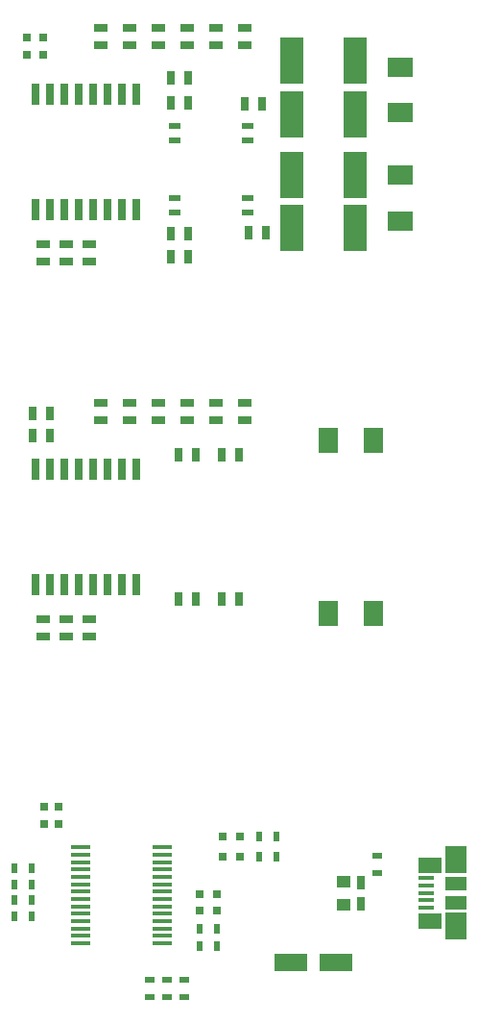
<source format=gtp>
G04 #@! TF.FileFunction,Paste,Top*
%FSLAX45Y45*%
G04 Gerber Fmt 4.5, Leading zero omitted, Abs format (unit mm)*
G04 Created by KiCad (PCBNEW (after 2015-may-25 BZR unknown)-product) date 15/07/2015 13:23:27*
%MOMM*%
G01*
G04 APERTURE LIST*
%ADD10C,0.150000*%
%ADD11R,0.635000X1.905000*%
%ADD12R,0.635000X1.143000*%
%ADD13R,1.143000X0.635000*%
%ADD14R,2.199640X1.800860*%
%ADD15R,2.032000X4.064000*%
%ADD16R,0.998220X0.497840*%
%ADD17R,0.750000X0.800000*%
%ADD18R,1.800860X2.199640*%
%ADD19R,0.750000X1.200000*%
%ADD20R,1.750000X0.450000*%
%ADD21R,0.800000X0.750000*%
%ADD22R,2.999740X1.501140*%
%ADD23R,0.797560X0.797560*%
%ADD24R,1.250000X1.000000*%
%ADD25R,0.500000X0.900000*%
%ADD26R,0.900000X0.500000*%
%ADD27R,1.897380X1.173480*%
%ADD28R,1.897380X2.374900*%
%ADD29R,2.100580X1.473200*%
%ADD30R,1.379220X0.449580*%
G04 APERTURE END LIST*
D10*
D11*
X19367500Y-6223000D03*
X19494500Y-6223000D03*
X19621500Y-6223000D03*
X19748500Y-6223000D03*
X19875500Y-6223000D03*
X20002500Y-6223000D03*
X20129500Y-6223000D03*
X20256500Y-6223000D03*
X20256500Y-5207000D03*
X20129500Y-5207000D03*
X20002500Y-5207000D03*
X19875500Y-5207000D03*
X19748500Y-5207000D03*
X19621500Y-5207000D03*
X19494500Y-5207000D03*
X19367500Y-5207000D03*
D12*
X20561300Y-6438900D03*
X20713700Y-6438900D03*
X20713700Y-6642100D03*
X20561300Y-6642100D03*
X20561300Y-5283200D03*
X20713700Y-5283200D03*
X20713700Y-5067300D03*
X20561300Y-5067300D03*
D13*
X19431000Y-6680200D03*
X19431000Y-6527800D03*
X19634200Y-6680200D03*
X19634200Y-6527800D03*
X19837400Y-6680200D03*
X19837400Y-6527800D03*
X19939000Y-4622800D03*
X19939000Y-4775200D03*
X20193000Y-4622800D03*
X20193000Y-4775200D03*
X20447000Y-4622800D03*
X20447000Y-4775200D03*
X20701000Y-4622800D03*
X20701000Y-4775200D03*
X20955000Y-4622800D03*
X20955000Y-4775200D03*
X21209000Y-4622800D03*
X21209000Y-4775200D03*
D14*
X22580600Y-6322060D03*
X22580600Y-5920740D03*
X22580600Y-5369560D03*
X22580600Y-4968240D03*
D15*
X21628100Y-6388100D03*
X22186900Y-6388100D03*
X21628100Y-5918200D03*
X22186900Y-5918200D03*
X21628100Y-4914900D03*
X22186900Y-4914900D03*
X21628100Y-5384800D03*
X22186900Y-5384800D03*
D12*
X21399500Y-6426200D03*
X21247100Y-6426200D03*
X21209000Y-5295900D03*
X21361400Y-5295900D03*
D16*
X21240750Y-5613400D03*
X21240750Y-5486400D03*
X20593050Y-5486400D03*
X20593050Y-5613400D03*
X21240750Y-6248400D03*
X21240750Y-6121400D03*
X20593050Y-6121400D03*
X20593050Y-6248400D03*
D17*
X19431000Y-4862900D03*
X19431000Y-4712900D03*
X19291300Y-4862900D03*
X19291300Y-4712900D03*
D11*
X19367500Y-9525000D03*
X19494500Y-9525000D03*
X19621500Y-9525000D03*
X19748500Y-9525000D03*
X19875500Y-9525000D03*
X20002500Y-9525000D03*
X20129500Y-9525000D03*
X20256500Y-9525000D03*
X20256500Y-8509000D03*
X20129500Y-8509000D03*
X20002500Y-8509000D03*
X19875500Y-8509000D03*
X19748500Y-8509000D03*
X19621500Y-8509000D03*
X19494500Y-8509000D03*
X19367500Y-8509000D03*
D12*
X21005800Y-9652000D03*
X21158200Y-9652000D03*
X20624800Y-9652000D03*
X20777200Y-9652000D03*
X21005800Y-8382000D03*
X21158200Y-8382000D03*
X20624800Y-8382000D03*
X20777200Y-8382000D03*
D13*
X19431000Y-9982200D03*
X19431000Y-9829800D03*
X19634200Y-9982200D03*
X19634200Y-9829800D03*
X19837400Y-9982200D03*
X19837400Y-9829800D03*
X19939000Y-7924800D03*
X19939000Y-8077200D03*
X20193000Y-7924800D03*
X20193000Y-8077200D03*
X20447000Y-7924800D03*
X20447000Y-8077200D03*
X20701000Y-7924800D03*
X20701000Y-8077200D03*
X20955000Y-7924800D03*
X20955000Y-8077200D03*
X21209000Y-7924800D03*
X21209000Y-8077200D03*
D18*
X21948140Y-9779000D03*
X22349460Y-9779000D03*
X21948140Y-8255000D03*
X22349460Y-8255000D03*
D19*
X19494500Y-8210300D03*
X19494500Y-8020300D03*
X19342100Y-8210300D03*
X19342100Y-8020300D03*
D20*
X19763150Y-11839350D03*
X19763150Y-11904350D03*
X19763150Y-11969350D03*
X19763150Y-12034350D03*
X19763150Y-12099350D03*
X19763150Y-12164350D03*
X19763150Y-12229350D03*
X19763150Y-12294350D03*
X19763150Y-12359350D03*
X19763150Y-12424350D03*
X19763150Y-12489350D03*
X19763150Y-12554350D03*
X19763150Y-12619350D03*
X19763150Y-12684350D03*
X20483150Y-12684350D03*
X20483150Y-12619350D03*
X20483150Y-12554350D03*
X20483150Y-12489350D03*
X20483150Y-12424350D03*
X20483150Y-12359350D03*
X20483150Y-12294350D03*
X20483150Y-12229350D03*
X20483150Y-12164350D03*
X20483150Y-12099350D03*
X20483150Y-12034350D03*
X20483150Y-11969350D03*
X20483150Y-11904350D03*
X20483150Y-11839350D03*
D17*
X19443700Y-11482000D03*
X19443700Y-11632000D03*
X19570700Y-11482000D03*
X19570700Y-11632000D03*
D21*
X20816500Y-12395200D03*
X20966500Y-12395200D03*
X20816500Y-12255500D03*
X20966500Y-12255500D03*
D22*
X22018498Y-12852400D03*
X21618702Y-12852400D03*
D19*
X22237700Y-12337800D03*
X22237700Y-12147800D03*
D23*
X21019770Y-11925300D03*
X21169630Y-11925300D03*
X21019770Y-11747500D03*
X21169630Y-11747500D03*
D24*
X22085300Y-12142800D03*
X22085300Y-12342800D03*
D25*
X21337200Y-11925300D03*
X21487200Y-11925300D03*
X21337200Y-11747500D03*
X21487200Y-11747500D03*
X19328200Y-12166600D03*
X19178200Y-12166600D03*
X19328200Y-12026900D03*
X19178200Y-12026900D03*
X19328200Y-12446000D03*
X19178200Y-12446000D03*
X19328200Y-12306300D03*
X19178200Y-12306300D03*
X20966500Y-12712700D03*
X20816500Y-12712700D03*
X20966500Y-12560300D03*
X20816500Y-12560300D03*
D26*
X22377400Y-11913800D03*
X22377400Y-12063800D03*
X20523200Y-13006000D03*
X20523200Y-13156000D03*
X20675600Y-13006000D03*
X20675600Y-13156000D03*
X20370800Y-13006000D03*
X20370800Y-13156000D03*
D27*
X23075900Y-12326620D03*
X23075900Y-12158980D03*
D28*
X23075900Y-11951462D03*
X23075900Y-12534138D03*
D29*
X22846030Y-11996674D03*
X22846030Y-12488926D03*
D30*
X22809962Y-12372848D03*
X22809962Y-12307824D03*
X22809962Y-12242800D03*
X22809962Y-12177776D03*
X22809962Y-12112752D03*
M02*

</source>
